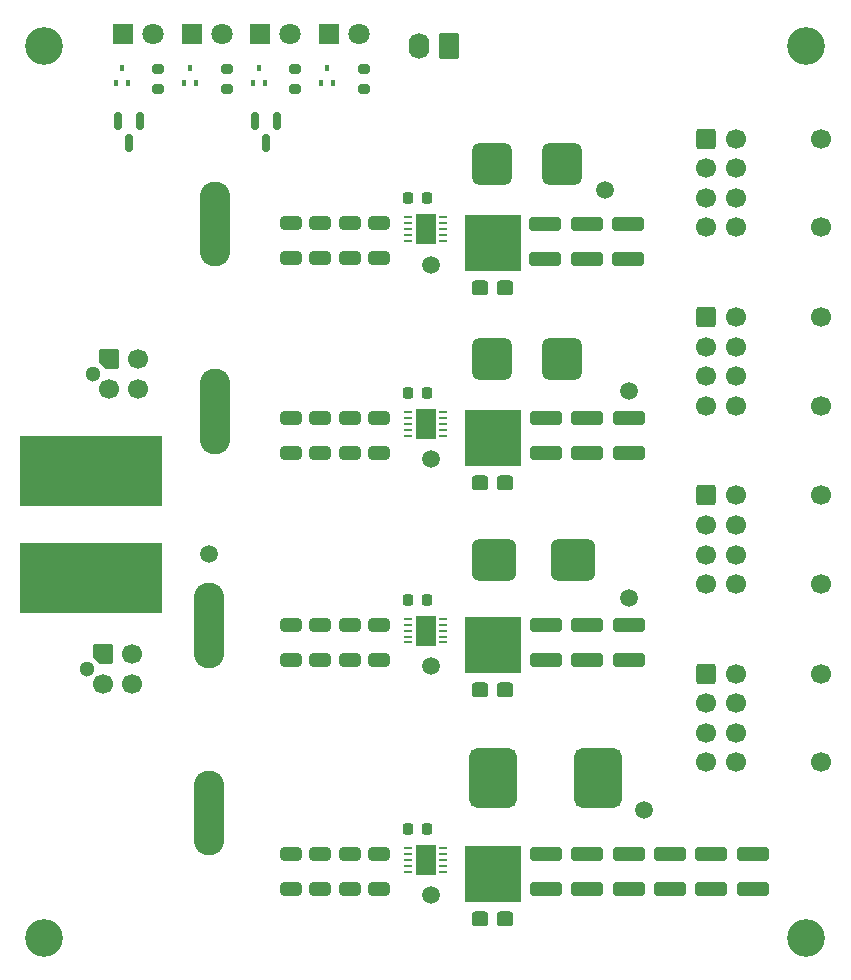
<source format=gbr>
%TF.GenerationSoftware,KiCad,Pcbnew,9.0.0-unknown-202503082020~491af0df39~ubuntu22.04.1*%
%TF.CreationDate,2025-03-09T22:30:17+01:00*%
%TF.ProjectId,PowkiBoard,506f776b-6942-46f6-9172-642e6b696361,rev?*%
%TF.SameCoordinates,Original*%
%TF.FileFunction,Soldermask,Top*%
%TF.FilePolarity,Negative*%
%FSLAX46Y46*%
G04 Gerber Fmt 4.6, Leading zero omitted, Abs format (unit mm)*
G04 Created by KiCad (PCBNEW 9.0.0-unknown-202503082020~491af0df39~ubuntu22.04.1) date 2025-03-09 22:30:17*
%MOMM*%
%LPD*%
G01*
G04 APERTURE LIST*
G04 Aperture macros list*
%AMRoundRect*
0 Rectangle with rounded corners*
0 $1 Rounding radius*
0 $2 $3 $4 $5 $6 $7 $8 $9 X,Y pos of 4 corners*
0 Add a 4 corners polygon primitive as box body*
4,1,4,$2,$3,$4,$5,$6,$7,$8,$9,$2,$3,0*
0 Add four circle primitives for the rounded corners*
1,1,$1+$1,$2,$3*
1,1,$1+$1,$4,$5*
1,1,$1+$1,$6,$7*
1,1,$1+$1,$8,$9*
0 Add four rect primitives between the rounded corners*
20,1,$1+$1,$2,$3,$4,$5,0*
20,1,$1+$1,$4,$5,$6,$7,0*
20,1,$1+$1,$6,$7,$8,$9,0*
20,1,$1+$1,$8,$9,$2,$3,0*%
%AMFreePoly0*
4,1,22,0.695671,0.830970,0.776777,0.776777,0.830970,0.695671,0.850000,0.600000,0.850000,-0.600000,0.830970,-0.695671,0.776777,-0.776777,0.695671,-0.830970,0.600000,-0.850000,-0.200000,-0.850000,-0.295671,-0.830970,-0.376777,-0.776777,-0.776777,-0.376777,-0.830970,-0.295671,-0.850000,-0.200000,-0.850000,0.600000,-0.830970,0.695671,-0.776777,0.776777,-0.695671,0.830970,-0.600000,0.850000,
0.600000,0.850000,0.695671,0.830970,0.695671,0.830970,$1*%
G04 Aperture macros list end*
%ADD10RoundRect,0.150000X-0.150000X0.587500X-0.150000X-0.587500X0.150000X-0.587500X0.150000X0.587500X0*%
%ADD11RoundRect,0.225000X-0.225000X-0.250000X0.225000X-0.250000X0.225000X0.250000X-0.225000X0.250000X0*%
%ADD12RoundRect,0.503250X-1.174250X-1.246750X1.174250X-1.246750X1.174250X1.246750X-1.174250X1.246750X0*%
%ADD13RoundRect,0.250000X-0.650000X0.325000X-0.650000X-0.325000X0.650000X-0.325000X0.650000X0.325000X0*%
%ADD14C,3.200000*%
%ADD15RoundRect,0.250000X-1.100000X0.325000X-1.100000X-0.325000X1.100000X-0.325000X1.100000X0.325000X0*%
%ADD16R,1.800000X1.800000*%
%ADD17C,1.800000*%
%ADD18RoundRect,0.317500X0.382500X0.317500X-0.382500X0.317500X-0.382500X-0.317500X0.382500X-0.317500X0*%
%ADD19R,4.800000X4.720000*%
%ADD20C,1.500000*%
%ADD21C,1.700000*%
%ADD22RoundRect,0.250000X-0.600000X-0.600000X0.600000X-0.600000X0.600000X0.600000X-0.600000X0.600000X0*%
%ADD23R,12.000000X6.000000*%
%ADD24RoundRect,0.100000X-0.100000X0.155000X-0.100000X-0.155000X0.100000X-0.155000X0.100000X0.155000X0*%
%ADD25RoundRect,0.062500X-0.312500X-0.062500X0.312500X-0.062500X0.312500X0.062500X-0.312500X0.062500X0*%
%ADD26R,1.800000X2.500000*%
%ADD27RoundRect,0.200000X0.275000X-0.200000X0.275000X0.200000X-0.275000X0.200000X-0.275000X-0.200000X0*%
%ADD28RoundRect,0.600000X-1.400000X-1.900000X1.400000X-1.900000X1.400000X1.900000X-1.400000X1.900000X0*%
%ADD29C,2.600000*%
%ADD30R,2.600000X4.600000*%
%ADD31RoundRect,0.525000X-1.340000X-1.225000X1.340000X-1.225000X1.340000X1.225000X-1.340000X1.225000X0*%
%ADD32RoundRect,0.250000X0.620000X0.845000X-0.620000X0.845000X-0.620000X-0.845000X0.620000X-0.845000X0*%
%ADD33O,1.740000X2.190000*%
%ADD34C,1.300000*%
%ADD35FreePoly0,0.000000*%
G04 APERTURE END LIST*
D10*
%TO.C,D10*%
X185250000Y-57862500D03*
X183350000Y-57862500D03*
X184300000Y-59737500D03*
%TD*%
D11*
%TO.C,C17*%
X196359462Y-80900000D03*
X197909462Y-80900000D03*
%TD*%
D12*
%TO.C,L4*%
X203454731Y-61500000D03*
X209359731Y-61500000D03*
%TD*%
D13*
%TO.C,C9*%
X193904731Y-83000000D03*
X193904731Y-85950000D03*
%TD*%
D14*
%TO.C,H4*%
X165500000Y-51500000D03*
%TD*%
D15*
%TO.C,C27*%
X225500000Y-119900000D03*
X225500000Y-122850000D03*
%TD*%
D13*
%TO.C,C38*%
X191404731Y-66525000D03*
X191404731Y-69475000D03*
%TD*%
D16*
%TO.C,D7*%
X183830000Y-50500000D03*
D17*
X186370000Y-50500000D03*
%TD*%
D14*
%TO.C,H1*%
X230000000Y-51500000D03*
%TD*%
D13*
%TO.C,C11*%
X188904731Y-83000000D03*
X188904731Y-85950000D03*
%TD*%
D18*
%TO.C,D2*%
X204540000Y-125405000D03*
X202460000Y-125405000D03*
D19*
X203500000Y-121600000D03*
%TD*%
D20*
%TO.C,TP3*%
X215004731Y-80700000D03*
%TD*%
D21*
%TO.C,J7*%
X231265000Y-104650000D03*
X231265000Y-112150000D03*
D22*
X221585000Y-104650000D03*
D21*
X221585000Y-107150000D03*
X221585000Y-109650000D03*
X221585000Y-112150000D03*
X224085000Y-104650000D03*
X224085000Y-107150000D03*
X224085000Y-109650000D03*
X224085000Y-112150000D03*
%TD*%
D13*
%TO.C,C3*%
X188904731Y-100500000D03*
X188904731Y-103450000D03*
%TD*%
D23*
%TO.C,J2*%
X169500000Y-96500000D03*
%TD*%
D20*
%TO.C,TP6*%
X198300000Y-123400000D03*
%TD*%
D24*
%TO.C,Q3*%
X177400000Y-54645000D03*
X178400000Y-54645000D03*
X177900000Y-53355000D03*
%TD*%
D20*
%TO.C,TP7*%
X179500000Y-94500000D03*
%TD*%
D15*
%TO.C,C21*%
X215004731Y-83000000D03*
X215004731Y-85950000D03*
%TD*%
D21*
%TO.C,J6*%
X231265000Y-89550000D03*
X231265000Y-97050000D03*
D22*
X221585000Y-89550000D03*
D21*
X221585000Y-92050000D03*
X221585000Y-94550000D03*
X221585000Y-97050000D03*
X224085000Y-89550000D03*
X224085000Y-92050000D03*
X224085000Y-94550000D03*
X224085000Y-97050000D03*
%TD*%
D16*
%TO.C,D5*%
X172230000Y-50500000D03*
D17*
X174770000Y-50500000D03*
%TD*%
D13*
%TO.C,C1*%
X193904731Y-100500000D03*
X193904731Y-103450000D03*
%TD*%
%TO.C,C13*%
X193904731Y-119900000D03*
X193904731Y-122850000D03*
%TD*%
D20*
%TO.C,TP2*%
X198304731Y-104000000D03*
%TD*%
D23*
%TO.C,J3*%
X169500000Y-87500000D03*
%TD*%
D25*
%TO.C,U2*%
X196354731Y-82500000D03*
X196354731Y-83000000D03*
X196354731Y-83500000D03*
X196354731Y-84000000D03*
X196354731Y-84500000D03*
X199304731Y-84500000D03*
X199304731Y-84000000D03*
X199304731Y-83500000D03*
X199304731Y-83000000D03*
X199304731Y-82500000D03*
D26*
X197829731Y-83500000D03*
%TD*%
D13*
%TO.C,C39*%
X188904731Y-66500000D03*
X188904731Y-69450000D03*
%TD*%
D27*
%TO.C,R24*%
X192600000Y-55125000D03*
X192600000Y-53475000D03*
%TD*%
%TO.C,R22*%
X181000000Y-55125000D03*
X181000000Y-53475000D03*
%TD*%
D13*
%TO.C,C15*%
X188904731Y-119900000D03*
X188904731Y-122850000D03*
%TD*%
D15*
%TO.C,C7*%
X211500000Y-100500000D03*
X211500000Y-103450000D03*
%TD*%
D16*
%TO.C,D8*%
X189630000Y-50500000D03*
D17*
X192170000Y-50500000D03*
%TD*%
D24*
%TO.C,Q5*%
X189000000Y-54645000D03*
X190000000Y-54645000D03*
X189500000Y-53355000D03*
%TD*%
D15*
%TO.C,C24*%
X215000000Y-119900000D03*
X215000000Y-122850000D03*
%TD*%
D20*
%TO.C,TP4*%
X198304731Y-86500000D03*
%TD*%
D27*
%TO.C,R21*%
X175200000Y-55125000D03*
X175200000Y-53475000D03*
%TD*%
D25*
%TO.C,U4*%
X196354731Y-66000000D03*
X196354731Y-66500000D03*
X196354731Y-67000000D03*
X196354731Y-67500000D03*
X196354731Y-68000000D03*
X199304731Y-68000000D03*
X199304731Y-67500000D03*
X199304731Y-67000000D03*
X199304731Y-66500000D03*
X199304731Y-66000000D03*
D26*
X197829731Y-67000000D03*
%TD*%
D28*
%TO.C,L3*%
X203550000Y-113500000D03*
X212450000Y-113500000D03*
%TD*%
D14*
%TO.C,H2*%
X230000000Y-127000000D03*
%TD*%
D20*
%TO.C,TP1*%
X215000000Y-98200000D03*
%TD*%
D25*
%TO.C,U1*%
X196354731Y-100000000D03*
X196354731Y-100500000D03*
X196354731Y-101000000D03*
X196354731Y-101500000D03*
X196354731Y-102000000D03*
X199304731Y-102000000D03*
X199304731Y-101500000D03*
X199304731Y-101000000D03*
X199304731Y-100500000D03*
X199304731Y-100000000D03*
D26*
X197829731Y-101000000D03*
%TD*%
D24*
%TO.C,Q4*%
X183200000Y-54645000D03*
X184200000Y-54645000D03*
X183700000Y-53355000D03*
%TD*%
D21*
%TO.C,J4*%
X231265000Y-59350000D03*
X231265000Y-66850000D03*
D22*
X221585000Y-59350000D03*
D21*
X221585000Y-61850000D03*
X221585000Y-64350000D03*
X221585000Y-66850000D03*
X224085000Y-59350000D03*
X224085000Y-61850000D03*
X224085000Y-64350000D03*
X224085000Y-66850000D03*
%TD*%
D27*
%TO.C,R23*%
X186800000Y-55125000D03*
X186800000Y-53475000D03*
%TD*%
D13*
%TO.C,C4*%
X186404731Y-100500000D03*
X186404731Y-103450000D03*
%TD*%
D10*
%TO.C,D9*%
X173650000Y-57862500D03*
X171750000Y-57862500D03*
X172700000Y-59737500D03*
%TD*%
D15*
%TO.C,C6*%
X208000000Y-100500000D03*
X208000000Y-103450000D03*
%TD*%
%TO.C,C19*%
X208004731Y-83000000D03*
X208004731Y-85950000D03*
%TD*%
D29*
%TO.C,U6*%
X180000000Y-84750000D03*
D30*
X180000000Y-82450000D03*
D29*
X180000000Y-80150000D03*
X180000000Y-68850000D03*
D30*
X180000000Y-66550000D03*
D29*
X180000000Y-64250000D03*
%TD*%
D31*
%TO.C,L1*%
X203604731Y-95000000D03*
X210284731Y-95000000D03*
%TD*%
D16*
%TO.C,D6*%
X178030000Y-50500000D03*
D17*
X180570000Y-50500000D03*
%TD*%
D18*
%TO.C,D1*%
X204540000Y-106005000D03*
X202460000Y-106005000D03*
D19*
X203500000Y-102200000D03*
%TD*%
D25*
%TO.C,U3*%
X196354731Y-119400000D03*
X196354731Y-119900000D03*
X196354731Y-120400000D03*
X196354731Y-120900000D03*
X196354731Y-121400000D03*
X199304731Y-121400000D03*
X199304731Y-120900000D03*
X199304731Y-120400000D03*
X199304731Y-119900000D03*
X199304731Y-119400000D03*
D26*
X197829731Y-120400000D03*
%TD*%
D32*
%TO.C,J9*%
X199770000Y-51480000D03*
D33*
X197230000Y-51480000D03*
%TD*%
D11*
%TO.C,C5*%
X196354731Y-98400000D03*
X197904731Y-98400000D03*
%TD*%
D12*
%TO.C,L2*%
X203452231Y-78000000D03*
X209357231Y-78000000D03*
%TD*%
D15*
%TO.C,C46*%
X211454731Y-66550000D03*
X211454731Y-69500000D03*
%TD*%
D11*
%TO.C,C44*%
X196354731Y-64400000D03*
X197904731Y-64400000D03*
%TD*%
%TO.C,C18*%
X196354731Y-117800000D03*
X197904731Y-117800000D03*
%TD*%
D29*
%TO.C,U5*%
X179500000Y-118750000D03*
D30*
X179500000Y-116450000D03*
D29*
X179500000Y-114150000D03*
X179500000Y-102850000D03*
D30*
X179500000Y-100550000D03*
D29*
X179500000Y-98250000D03*
%TD*%
D24*
%TO.C,Q2*%
X171600000Y-54645000D03*
X172600000Y-54645000D03*
X172100000Y-53355000D03*
%TD*%
D15*
%TO.C,C26*%
X222000000Y-119900000D03*
X222000000Y-122850000D03*
%TD*%
D13*
%TO.C,C12*%
X186404731Y-83000000D03*
X186404731Y-85950000D03*
%TD*%
D34*
%TO.C,J8*%
X169660000Y-79250000D03*
D35*
X171000000Y-78000000D03*
D21*
X171000000Y-80500000D03*
X173500000Y-78000000D03*
X173500000Y-80500000D03*
%TD*%
D13*
%TO.C,C16*%
X186404731Y-119900000D03*
X186404731Y-122850000D03*
%TD*%
D14*
%TO.C,H3*%
X165500000Y-127000000D03*
%TD*%
D15*
%TO.C,C47*%
X214954731Y-66550000D03*
X214954731Y-69500000D03*
%TD*%
D20*
%TO.C,TP9*%
X198304731Y-70000000D03*
%TD*%
D15*
%TO.C,C20*%
X211504731Y-83000000D03*
X211504731Y-85950000D03*
%TD*%
%TO.C,C45*%
X207954731Y-66550000D03*
X207954731Y-69500000D03*
%TD*%
D13*
%TO.C,C10*%
X191404731Y-83000000D03*
X191404731Y-85950000D03*
%TD*%
D18*
%TO.C,D3*%
X204544731Y-88505000D03*
X202464731Y-88505000D03*
D19*
X203504731Y-84700000D03*
%TD*%
D13*
%TO.C,C2*%
X191404731Y-100500000D03*
X191404731Y-103450000D03*
%TD*%
D15*
%TO.C,C23*%
X211500000Y-119900000D03*
X211500000Y-122850000D03*
%TD*%
%TO.C,C8*%
X215000000Y-100500000D03*
X215000000Y-103450000D03*
%TD*%
D20*
%TO.C,TP8*%
X213000000Y-63700000D03*
%TD*%
D13*
%TO.C,C40*%
X186404731Y-66500000D03*
X186404731Y-69450000D03*
%TD*%
D15*
%TO.C,C22*%
X208000000Y-119900000D03*
X208000000Y-122850000D03*
%TD*%
%TO.C,C25*%
X218500000Y-119900000D03*
X218500000Y-122850000D03*
%TD*%
D21*
%TO.C,J5*%
X231265000Y-74450000D03*
X231265000Y-81950000D03*
D22*
X221585000Y-74450000D03*
D21*
X221585000Y-76950000D03*
X221585000Y-79450000D03*
X221585000Y-81950000D03*
X224085000Y-74450000D03*
X224085000Y-76950000D03*
X224085000Y-79450000D03*
X224085000Y-81950000D03*
%TD*%
D13*
%TO.C,C37*%
X193904731Y-66500000D03*
X193904731Y-69450000D03*
%TD*%
D20*
%TO.C,TP5*%
X216300000Y-116200000D03*
%TD*%
D34*
%TO.C,J1*%
X169160000Y-104250000D03*
D35*
X170500000Y-103000000D03*
D21*
X170500000Y-105500000D03*
X173000000Y-103000000D03*
X173000000Y-105500000D03*
%TD*%
D13*
%TO.C,C14*%
X191404731Y-119900000D03*
X191404731Y-122850000D03*
%TD*%
D18*
%TO.C,D4*%
X204534731Y-72000000D03*
X202454731Y-72000000D03*
D19*
X203494731Y-68195000D03*
%TD*%
M02*

</source>
